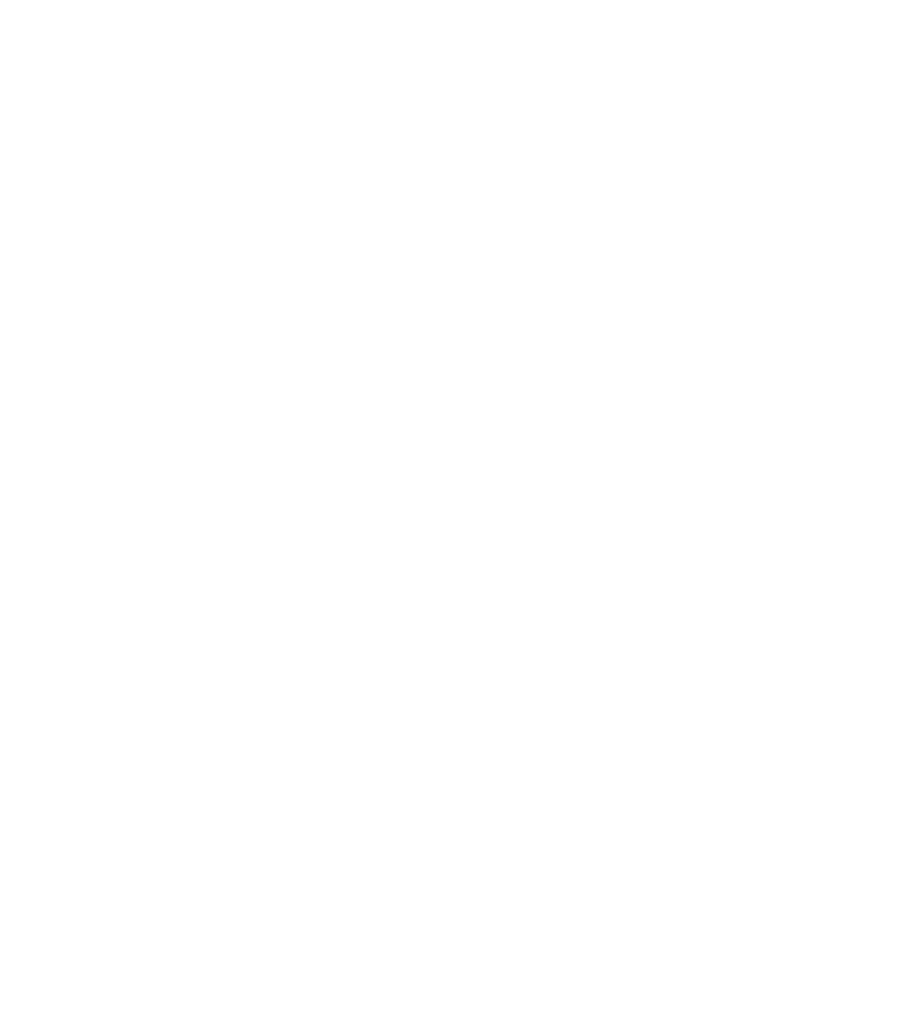
<source format=kicad_pcb>
(kicad_pcb (version 20211014) (generator pcbnew)
  (layers (0 "F.Cu" signal) (31 "B.Cu" signal) (34 "B.Paste" user) (35 "F.Paste" user) (36 "B.SilkS" user "B.Silkscreen") (37 "F.SilkS" user "F.Silkscreen") (38 "B.Mask" user) (39 "F.Mask" user) (44 "Edge.Cuts" user))
  (net 0 "")
  (footprint "smallmountinghole:#2-56" (layer "F.Cu") (at 98.79881 25 180)
    (fp_text reference "H1" hide)
    (fp_text value "MountingHole" hide)
    (pad "" np_thru_hole circle (at 0 0 180) (size 1.8 1.8) (drill 1.8) (layers F&B.Cu *.Mask "User.1" "User.2"))
  )
  (footprint "smallmountinghole:#2-56" (layer "F.Cu") (at 218.79881 55 180)
    (fp_text reference "H15" hide)
    (fp_text value "MountingHole" hide)
    (pad "" np_thru_hole circle (at 0 0 180) (size 1.8 1.8) (drill 1.8) (layers F&B.Cu *.Mask "User.1" "User.2"))
  )
  (footprint "smallmountinghole:#2-56" (layer "F.Cu") (at 138.79881 55 180)
    (fp_text reference "H11" hide)
    (fp_text value "MountingHole" hide)
    (pad "" np_thru_hole circle (at 0 0 180) (size 1.8 1.8) (drill 1.8) (layers F&B.Cu *.Mask "User.1" "User.2"))
  )
  (footprint "smallmountinghole:#2-56" (layer "F.Cu") (at 98.79881 55 180)
    (fp_text reference "H9" hide)
    (fp_text value "MountingHole" hide)
    (pad "" np_thru_hole circle (at 0 0 180) (size 1.8 1.8) (drill 1.8) (layers F&B.Cu *.Mask "User.1" "User.2"))
  )
  (footprint "smallmountinghole:#2-56" (layer "F.Cu") (at 98.79881 115 180)
    (fp_text reference "H25" hide)
    (fp_text value "MountingHole" hide)
    (pad "" np_thru_hole circle (at 0 0 180) (size 1.8 1.8) (drill 1.8) (layers F&B.Cu *.Mask "User.1" "User.2"))
  )
  (footprint "smallmountinghole:#2-56" (layer "F.Cu") (at 218.79881 25 180)
    (fp_text reference "H7" hide)
    (fp_text value "MountingHole" hide)
    (pad "" np_thru_hole circle (at 0 0 180) (size 1.8 1.8) (drill 1.8) (layers F&B.Cu *.Mask "User.1" "User.2"))
  )
  (footprint "smallmountinghole:#2-56" (layer "F.Cu") (at 138.79881 145 180)
    (fp_text reference "H35" hide)
    (fp_text value "MountingHole" hide)
    (pad "" np_thru_hole circle (at 0 0 180) (size 1.8 1.8) (drill 1.8) (layers F&B.Cu *.Mask "User.1" "User.2"))
  )
  (footprint "smallmountinghole:#2-56" (layer "F.Cu") (at 218.79881 145 180)
    (fp_text reference "H39" hide)
    (fp_text value "MountingHole" hide)
    (pad "" np_thru_hole circle (at 0 0 180) (size 1.8 1.8) (drill 1.8) (layers F&B.Cu *.Mask "User.1" "User.2"))
  )
  (footprint "smallmountinghole:#2-56" (layer "F.Cu") (at 178.79881 145 180)
    (fp_text reference "H37" hide)
    (fp_text value "MountingHole" hide)
    (pad "" np_thru_hole circle (at 0 0 180) (size 1.8 1.8) (drill 1.8) (layers F&B.Cu *.Mask "User.1" "User.2"))
  )
  (footprint "smallmountinghole:#2-56" (layer "F.Cu") (at 98.79881 85 180)
    (fp_text reference "H17" hide)
    (fp_text value "MountingHole" hide)
    (pad "" np_thru_hole circle (at 0 0 180) (size 1.8 1.8) (drill 1.8) (layers F&B.Cu *.Mask "User.1" "User.2"))
  )
  (footprint "smallmountinghole:#2-56" (layer "F.Cu") (at 138.79881 175 180)
    (fp_text reference "H43" hide)
    (fp_text value "MountingHole" hide)
    (pad "" np_thru_hole circle (at 0 0 180) (size 1.8 1.8) (drill 1.8) (layers F&B.Cu *.Mask "User.1" "User.2"))
  )
  (footprint "smallmountinghole:#2-56" (layer "F.Cu") (at 138.79881 25 180)
    (fp_text reference "H2" hide)
    (fp_text value "MountingHole" hide)
    (pad "" np_thru_hole circle (at 0 0 180) (size 1.8 1.8) (drill 1.8) (layers F&B.Cu *.Mask "User.1" "User.2"))
  )
  (footprint "smallmountinghole:#2-56" (layer "F.Cu") (at 178.79881 85 180)
    (fp_text reference "H21" hide)
    (fp_text value "MountingHole" hide)
    (pad "" np_thru_hole circle (at 0 0 180) (size 1.8 1.8) (drill 1.8) (layers F&B.Cu *.Mask "User.1" "User.2"))
  )
  (footprint "smallmountinghole:#2-56" (layer "F.Cu") (at 178.79881 25 180)
    (fp_text reference "H5" hide)
    (fp_text value "MountingHole" hide)
    (pad "" np_thru_hole circle (at 0 0 180) (size 1.8 1.8) (drill 1.8) (layers F&B.Cu *.Mask "User.1" "User.2"))
  )
  (footprint "smallmountinghole:#2-56" (layer "F.Cu") (at 178.79881 115 180)
    (fp_text reference "H29" hide)
    (fp_text value "MountingHole" hide)
    (pad "" np_thru_hole circle (at 0 0 180) (size 1.8 1.8) (drill 1.8) (layers F&B.Cu *.Mask "User.1" "User.2"))
  )
  (footprint "smallmountinghole:#2-56" (layer "F.Cu") (at 98.79881 175 180)
    (fp_text reference "H41" hide)
    (fp_text value "MountingHole" hide)
    (pad "" np_thru_hole circle (at 0 0 180) (size 1.8 1.8) (drill 1.8) (layers F&B.Cu *.Mask "User.1" "User.2"))
  )
  (footprint "smallmountinghole:#2-56" (layer "F.Cu") (at 218.79881 115 180)
    (fp_text reference "H31" hide)
    (fp_text value "MountingHole" hide)
    (pad "" np_thru_hole circle (at 0 0 180) (size 1.8 1.8) (drill 1.8) (layers F&B.Cu *.Mask "User.1" "User.2"))
  )
  (footprint "smallmountinghole:#2-56" (layer "F.Cu") (at 218.79881 85 180)
    (fp_text reference "H23" hide)
    (fp_text value "MountingHole" hide)
    (pad "" np_thru_hole circle (at 0 0 180) (size 1.8 1.8) (drill 1.8) (layers F&B.Cu *.Mask "User.1" "User.2"))
  )
  (footprint "smallmountinghole:#2-56" (layer "F.Cu") (at 138.79881 85 180)
    (fp_text reference "H19" hide)
    (fp_text value "MountingHole" hide)
    (pad "" np_thru_hole circle (at 0 0 180) (size 1.8 1.8) (drill 1.8) (layers F&B.Cu *.Mask "User.1" "User.2"))
  )
  (footprint "smallmountinghole:#2-56" (layer "F.Cu") (at 178.79881 175 180)
    (fp_text reference "H45" hide)
    (fp_text value "MountingHole" hide)
    (pad "" np_thru_hole circle (at 0 0 180) (size 1.8 1.8) (drill 1.8) (layers F&B.Cu *.Mask "User.1" "User.2"))
  )
  (footprint "smallmountinghole:#2-56" (layer "F.Cu") (at 98.79881 145 180)
    (fp_text reference "H33" hide)
    (fp_text value "MountingHole" hide)
    (pad "" np_thru_hole circle (at 0 0 180) (size 1.8 1.8) (drill 1.8) (layers F&B.Cu *.Mask "User.1" "User.2"))
  )
  (footprint "smallmountinghole:#2-56" (layer "F.Cu") (at 218.79881 175 180)
    (fp_text reference "H47" hide)
    (fp_text value "MountingHole" hide)
    (pad "" np_thru_hole circle (at 0 0 180) (size 1.8 1.8) (drill 1.8) (layers F&B.Cu *.Mask "User.1" "User.2"))
  )
  (footprint "smallmountinghole:#2-56" (layer "F.Cu") (at 138.79881 115 180)
    (fp_text reference "H27" hide)
    (fp_text value "MountingHole" hide)
    (pad "" np_thru_hole circle (at 0 0 180) (size 1.8 1.8) (drill 1.8) (layers F&B.Cu *.Mask "User.1" "User.2"))
  )
  (footprint "smallmountinghole:#2-56" (layer "F.Cu") (at 178.79881 55 180)
    (fp_text reference "H13" hide)
    (fp_text value "MountingHole" hide)
    (pad "" np_thru_hole circle (at 0 0 180) (size 1.8 1.8) (drill 1.8) (layers F&B.Cu *.Mask "User.1" "User.2"))
  )
  (footprint "smallmountinghole:#2-56" (layer "B.Cu") (at 125.29881 35 180)
    (fp_text reference "H3" hide)
    (fp_text value "MountingHole" hide)
    (pad "" np_thru_hole circle (at 0 0 180) (size 1.8 1.8) (drill 1.8) (layers F&B.Cu *.Mask "User.1" "User.2"))
  )
  (footprint "smallmountinghole:#2-56" (layer "B.Cu") (at 165.29881 185 180)
    (fp_text reference "H44" hide)
    (fp_text value "MountingHole" hide)
    (pad "" np_thru_hole circle (at 0 0 180) (size 1.8 1.8) (drill 1.8) (layers F&B.Cu *.Mask "User.1" "User.2"))
  )
  (footprint "smallmountinghole:#2-56" (layer "B.Cu") (at 125.29881 155 180)
    (fp_text reference "H34" hide)
    (fp_text value "MountingHole" hide)
    (pad "" np_thru_hole circle (at 0 0 180) (size 1.8 1.8) (drill 1.8) (layers F&B.Cu *.Mask "User.1" "User.2"))
  )
  (footprint "smallmountinghole:#2-56" (layer "B.Cu") (at 205.29881 185 180)
    (fp_text reference "H46" hide)
    (fp_text value "MountingHole" hide)
    (pad "" np_thru_hole circle (at 0 0 180) (size 1.8 1.8) (drill 1.8) (layers F&B.Cu *.Mask "User.1" "User.2"))
  )
  (footprint "smallmountinghole:#2-56" (layer "B.Cu") (at 165.29881 125 180)
    (fp_text reference "H28" hide)
    (fp_text value "MountingHole" hide)
    (pad "" np_thru_hole circle (at 0 0 180) (size 1.8 1.8) (drill 1.8) (layers F&B.Cu *.Mask "User.1" "User.2"))
  )
  (footprint "smallmountinghole:#2-56" (layer "B.Cu") (at 205.29881 155 180)
    (fp_text reference "H38" hide)
    (fp_text value "MountingHole" hide)
    (pad "" np_thru_hole circle (at 0 0 180) (size 1.8 1.8) (drill 1.8) (layers F&B.Cu *.Mask "User.1" "User.2"))
  )
  (footprint "smallmountinghole:#2-56" (layer "B.Cu") (at 125.29881 95 180)
    (fp_text reference "H18" hide)
    (fp_text value "MountingHole" hide)
    (pad "" np_thru_hole circle (at 0 0 180) (size 1.8 1.8) (drill 1.8) (layers F&B.Cu *.Mask "User.1" "User.2"))
  )
  (footprint "smallmountinghole:#2-56" (layer "B.Cu") (at 245.29881 35 180)
    (fp_text reference "H8" hide)
    (fp_text value "MountingHole" hide)
    (pad "" np_thru_hole circle (at 0 0 180) (size 1.8 1.8) (drill 1.8) (layers F&B.Cu *.Mask "User.1" "User.2"))
  )
  (footprint "smallmountinghole:#2-56" (layer "B.Cu") (at 205.29881 35 180)
    (fp_text reference "H6" hide)
    (fp_text value "MountingHole" hide)
    (pad "" np_thru_hole circle (at 0 0 180) (size 1.8 1.8) (drill 1.8) (layers F&B.Cu *.Mask "User.1" "User.2"))
  )
  (footprint "smallmountinghole:#2-56" (layer "B.Cu") (at 165.29881 65 180)
    (fp_text reference "H12" hide)
    (fp_text value "MountingHole" hide)
    (pad "" np_thru_hole circle (at 0 0 180) (size 1.8 1.8) (drill 1.8) (layers F&B.Cu *.Mask "User.1" "User.2"))
  )
  (footprint "smallmountinghole:#2-56" (layer "B.Cu") (at 245.29881 185 180)
    (fp_text reference "H48" hide)
    (fp_text value "MountingHole" hide)
    (pad "" np_thru_hole circle (at 0 0 180) (size 1.8 1.8) (drill 1.8) (layers F&B.Cu *.Mask "User.1" "User.2"))
  )
  (footprint "smallmountinghole:#2-56" (layer "B.Cu") (at 165.29881 35 180)
    (fp_text reference "H4" hide)
    (fp_text value "MountingHole" hide)
    (pad "" np_thru_hole circle (at 0 0 180) (size 1.8 1.8) (drill 1.8) (layers F&B.Cu *.Mask "User.1" "User.2"))
  )
  (footprint "smallmountinghole:#2-56" (layer "B.Cu") (at 205.29881 65 180)
    (fp_text reference "H14" hide)
    (fp_text value "MountingHole" hide)
    (pad "" np_thru_hole circle (at 0 0 180) (size 1.8 1.8) (drill 1.8) (layers F&B.Cu *.Mask "User.1" "User.2"))
  )
  (footprint "smallmountinghole:#2-56" (layer "B.Cu") (at 205.29881 95 180)
    (fp_text reference "H22" hide)
    (fp_text value "MountingHole" hide)
    (pad "" np_thru_hole circle (at 0 0 180) (size 1.8 1.8) (drill 1.8) (layers F&B.Cu *.Mask "User.1" "User.2"))
  )
  (footprint "smallmountinghole:#2-56" (layer "B.Cu") (at 245.29881 65 180)
    (fp_text reference "H16" hide)
    (fp_text value "MountingHole" hide)
    (pad "" np_thru_hole circle (at 0 0 180) (size 1.8 1.8) (drill 1.8) (layers F&B.Cu *.Mask "User.1" "User.2"))
  )
  (footprint "smallmountinghole:#2-56" (layer "B.Cu") (at 245.29881 125 180)
    (fp_text reference "H32" hide)
    (fp_text value "MountingHole" hide)
    (pad "" np_thru_hole circle (at 0 0 180) (size 1.8 1.8) (drill 1.8) (layers F&B.Cu *.Mask "User.1" "User.2"))
  )
  (footprint "smallmountinghole:#2-56" (layer "B.Cu") (at 245.29881 155 180)
    (fp_text reference "H40" hide)
    (fp_text value "MountingHole" hide)
    (pad "" np_thru_hole circle (at 0 0 180) (size 1.8 1.8) (drill 1.8) (layers F&B.Cu *.Mask "User.1" "User.2"))
  )
  (footprint "smallmountinghole:#2-56" (layer "B.Cu") (at 205.29881 125 180)
    (fp_text reference "H30" hide)
    (fp_text value "MountingHole" hide)
    (pad "" np_thru_hole circle (at 0 0 180) (size 1.8 1.8) (drill 1.8) (layers F&B.Cu *.Mask "User.1" "User.2"))
  )
  (footprint "smallmountinghole:#2-56" (layer "B.Cu") (at 125.29881 65 180)
    (fp_text reference "H10" hide)
    (fp_text value "MountingHole" hide)
    (pad "" np_thru_hole circle (at 0 0 180) (size 1.8 1.8) (drill 1.8) (layers F&B.Cu *.Mask "User.1" "User.2"))
  )
  (footprint "smallmountinghole:#2-56" (layer "B.Cu") (at 165.29881 155 180)
    (fp_text reference "H36" hide)
    (fp_text value "MountingHole" hide)
    (pad "" np_thru_hole circle (at 0 0 180) (size 1.8 1.8) (drill 1.8) (layers F&B.Cu *.Mask "User.1" "User.2"))
  )
  (footprint "smallmountinghole:#2-56" (layer "B.Cu") (at 245.29881 95 180)
    (fp_text reference "H24" hide)
    (fp_text value "MountingHole" hide)
    (pad "" np_thru_hole circle (at 0 0 180) (size 1.8 1.8) (drill 1.8) (layers F&B.Cu *.Mask "User.1" "User.2"))
  )
  (footprint "smallmountinghole:#2-56" (layer "B.Cu") (at 125.29881 185 180)
    (fp_text reference "H42" hide)
    (fp_text value "MountingHole" hide)
    (pad "" np_thru_hole circle (at 0 0 180) (size 1.8 1.8) (drill 1.8) (layers F&B.Cu *.Mask "User.1" "User.2"))
  )
  (footprint "smallmountinghole:#2-56" (layer "B.Cu") (at 165.29881 95 180)
    (fp_text reference "H20" hide)
    (fp_text value "MountingHole" hide)
    (pad "" np_thru_hole circle (at 0 0 180) (size 1.8 1.8) (drill 1.8) (layers F&B.Cu *.Mask "User.1" "User.2"))
  )
  (footprint "smallmountinghole:#2-56" (layer "B.Cu") (at 125.29881 125 180)
    (fp_text reference "H26" hide)
    (fp_text value "MountingHole" hide)
    (pad "" np_thru_hole circle (at 0 0 180) (size 1.8 1.8) (drill 1.8) (layers F&B.Cu *.Mask "User.1" "User.2"))
  )
)
</source>
